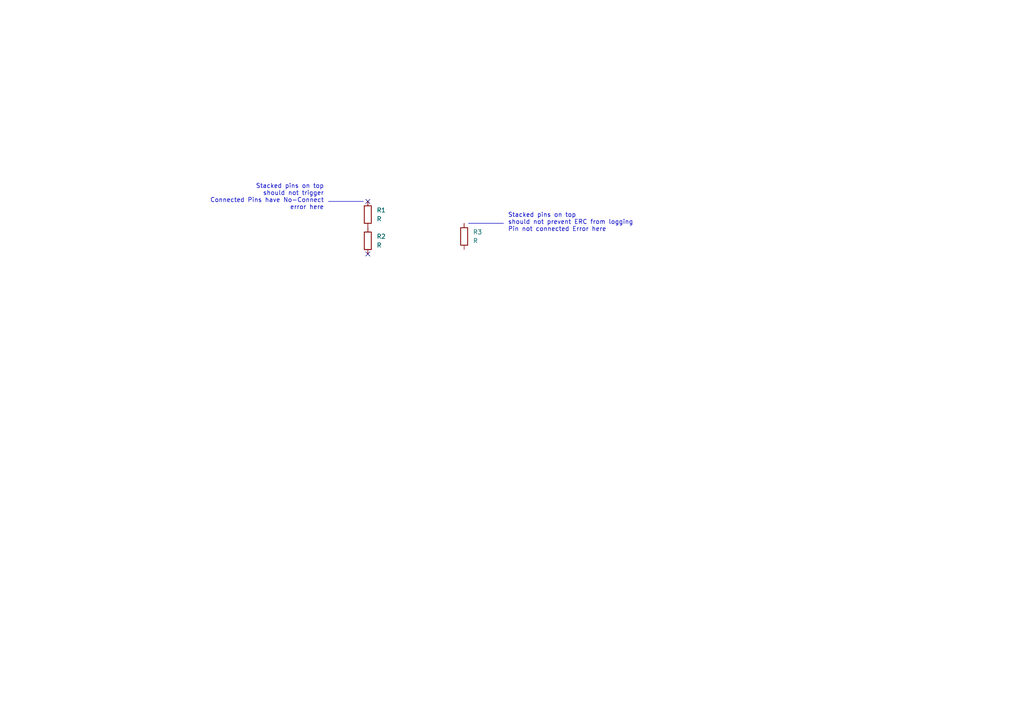
<source format=kicad_sch>
(kicad_sch (version 20220904) (generator eeschema)
  (paper "A4")
  (lib_symbols
    (symbol "Device:R" (pin_numbers hide) (pin_names (offset 0))
      (property "Reference" "R1" (at 2.54 1.2701 0))
      (property "Value" "R" (at 2.54 -1.2699 0))
      (symbol "R_0_1"
        (rectangle (start -1.016 -2.54) (end 1.016 2.54) (stroke (width 0.254)))
      )
      (symbol "R_1_1"
        (pin passive line (at 0 3.81 270) (length 1.27) (name "~") (number "1"))
        (pin passive line (at 0 3.81 270) (length 1.27) (name "~") (number "1"))
        (pin passive line (at 0 -3.81 90) (length 1.27) (name "~") (number "2"))
      )
    )
  )
  (no_connect (at 106.68 58.42))
  (no_connect (at 106.68 73.66))
  (polyline (pts (xy 105.41 58.42) (xy 95.25 58.42)))
  (polyline (pts (xy 135.89 64.77) (xy 146.05 64.77)))
  (text "Stacked pins on top\nshould not trigger\nConnected Pins have No-Connect\nerror here" (at 93.98 60.96 0) (effects (font (size 1.27 1.27)) (justify right bottom)))
  (text "Stacked pins on top\nshould not prevent ERC from logging\nPin not connected Error here" (at 147.32 67.31 0) (effects (font (size 1.27 1.27)) (justify left bottom)))
  (symbol (lib_id "Device:R") (at 106.68 62.23 0) (unit 1)
    (default_instance (reference "") (unit 1) (value "") (footprint ""))
    (property "Reference" "R1" (at 109.22 60.9599 0) (effects (justify left)))
    (property "Value" "R" (at 109.22 63.4999 0) (effects (justify left)))
  )
  (symbol (lib_id "Device:R") (at 106.68 69.85 0) (unit 1)
    (default_instance (reference "") (unit 1) (value "") (footprint ""))
    (property "Reference" "R2" (at 109.22 68.5799 0) (effects (justify left)))
    (property "Value" "R" (at 109.22 71.1199 0) (effects (justify left)))
  )
  (symbol (lib_id "Device:R") (at 134.62 68.58 0) (unit 1)
    (default_instance (reference "") (unit 1) (value "") (footprint ""))
    (property "Reference" "R3" (at 137.16 67.3099 0) (effects (justify left)))
    (property "Value" "R" (at 137.16 69.8499 0) (effects (justify left)))
  )
)
</source>
